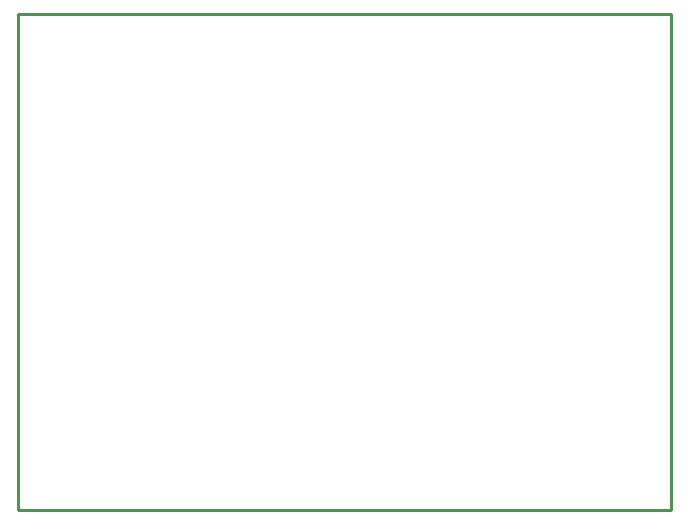
<source format=gm1>
G04 Layer_Color=16711935*
%FSLAX24Y24*%
%MOIN*%
G70*
G01*
G75*
%ADD32C,0.0100*%
D32*
X28740Y29724D02*
X50512D01*
X28740D02*
Y46260D01*
X50512D01*
Y29724D02*
Y46260D01*
M02*

</source>
